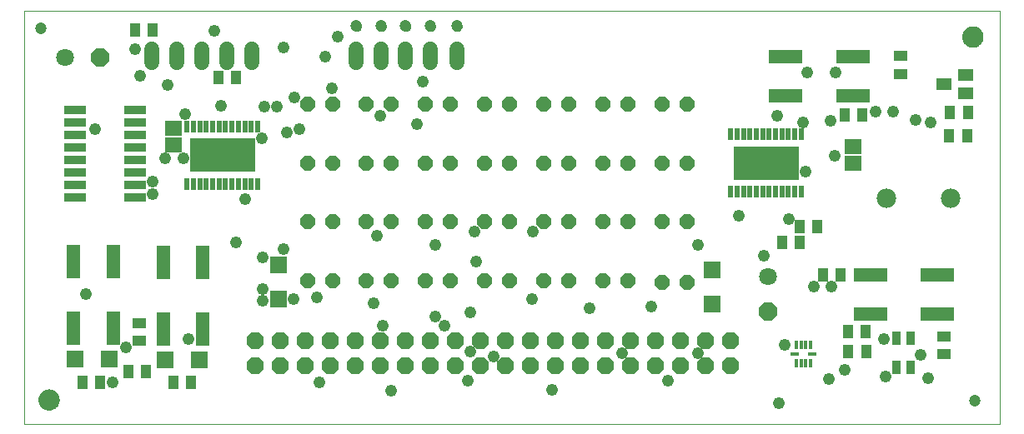
<source format=gts>
G75*
%MOIN*%
%OFA0B0*%
%FSLAX24Y24*%
%IPPOS*%
%LPD*%
%AMOC8*
5,1,8,0,0,1.08239X$1,22.5*
%
%ADD10C,0.0000*%
%ADD11OC8,0.0600*%
%ADD12R,0.0356X0.0552*%
%ADD13C,0.0600*%
%ADD14R,0.0395X0.0552*%
%ADD15R,0.0552X0.0395*%
%ADD16C,0.0595*%
%ADD17C,0.0474*%
%ADD18C,0.0780*%
%ADD19OC8,0.0680*%
%ADD20R,0.0671X0.0671*%
%ADD21OC8,0.0710*%
%ADD22C,0.0710*%
%ADD23R,0.0631X0.0474*%
%ADD24R,0.0880X0.0340*%
%ADD25R,0.0552X0.1340*%
%ADD26R,0.1340X0.0552*%
%ADD27R,0.0200X0.0470*%
%ADD28R,0.2620X0.1360*%
%ADD29R,0.0671X0.0592*%
%ADD30R,0.0138X0.0344*%
%ADD31R,0.0344X0.0138*%
%ADD32C,0.0050*%
%ADD33C,0.0480*%
D10*
X001732Y002173D02*
X001732Y018708D01*
X040708Y018708D01*
X040708Y002173D01*
X001732Y002173D01*
X014803Y018078D02*
X014805Y018105D01*
X014811Y018132D01*
X014820Y018158D01*
X014833Y018182D01*
X014849Y018205D01*
X014868Y018224D01*
X014890Y018241D01*
X014914Y018255D01*
X014939Y018265D01*
X014966Y018272D01*
X014993Y018275D01*
X015021Y018274D01*
X015048Y018269D01*
X015074Y018261D01*
X015098Y018249D01*
X015121Y018233D01*
X015142Y018215D01*
X015159Y018194D01*
X015174Y018170D01*
X015185Y018145D01*
X015193Y018119D01*
X015197Y018092D01*
X015197Y018064D01*
X015193Y018037D01*
X015185Y018011D01*
X015174Y017986D01*
X015159Y017962D01*
X015142Y017941D01*
X015121Y017923D01*
X015099Y017907D01*
X015074Y017895D01*
X015048Y017887D01*
X015021Y017882D01*
X014993Y017881D01*
X014966Y017884D01*
X014939Y017891D01*
X014914Y017901D01*
X014890Y017915D01*
X014868Y017932D01*
X014849Y017951D01*
X014833Y017974D01*
X014820Y017998D01*
X014811Y018024D01*
X014805Y018051D01*
X014803Y018078D01*
X015787Y018078D02*
X015789Y018105D01*
X015795Y018132D01*
X015804Y018158D01*
X015817Y018182D01*
X015833Y018205D01*
X015852Y018224D01*
X015874Y018241D01*
X015898Y018255D01*
X015923Y018265D01*
X015950Y018272D01*
X015977Y018275D01*
X016005Y018274D01*
X016032Y018269D01*
X016058Y018261D01*
X016082Y018249D01*
X016105Y018233D01*
X016126Y018215D01*
X016143Y018194D01*
X016158Y018170D01*
X016169Y018145D01*
X016177Y018119D01*
X016181Y018092D01*
X016181Y018064D01*
X016177Y018037D01*
X016169Y018011D01*
X016158Y017986D01*
X016143Y017962D01*
X016126Y017941D01*
X016105Y017923D01*
X016083Y017907D01*
X016058Y017895D01*
X016032Y017887D01*
X016005Y017882D01*
X015977Y017881D01*
X015950Y017884D01*
X015923Y017891D01*
X015898Y017901D01*
X015874Y017915D01*
X015852Y017932D01*
X015833Y017951D01*
X015817Y017974D01*
X015804Y017998D01*
X015795Y018024D01*
X015789Y018051D01*
X015787Y018078D01*
X016771Y018078D02*
X016773Y018105D01*
X016779Y018132D01*
X016788Y018158D01*
X016801Y018182D01*
X016817Y018205D01*
X016836Y018224D01*
X016858Y018241D01*
X016882Y018255D01*
X016907Y018265D01*
X016934Y018272D01*
X016961Y018275D01*
X016989Y018274D01*
X017016Y018269D01*
X017042Y018261D01*
X017066Y018249D01*
X017089Y018233D01*
X017110Y018215D01*
X017127Y018194D01*
X017142Y018170D01*
X017153Y018145D01*
X017161Y018119D01*
X017165Y018092D01*
X017165Y018064D01*
X017161Y018037D01*
X017153Y018011D01*
X017142Y017986D01*
X017127Y017962D01*
X017110Y017941D01*
X017089Y017923D01*
X017067Y017907D01*
X017042Y017895D01*
X017016Y017887D01*
X016989Y017882D01*
X016961Y017881D01*
X016934Y017884D01*
X016907Y017891D01*
X016882Y017901D01*
X016858Y017915D01*
X016836Y017932D01*
X016817Y017951D01*
X016801Y017974D01*
X016788Y017998D01*
X016779Y018024D01*
X016773Y018051D01*
X016771Y018078D01*
X017755Y018078D02*
X017757Y018105D01*
X017763Y018132D01*
X017772Y018158D01*
X017785Y018182D01*
X017801Y018205D01*
X017820Y018224D01*
X017842Y018241D01*
X017866Y018255D01*
X017891Y018265D01*
X017918Y018272D01*
X017945Y018275D01*
X017973Y018274D01*
X018000Y018269D01*
X018026Y018261D01*
X018050Y018249D01*
X018073Y018233D01*
X018094Y018215D01*
X018111Y018194D01*
X018126Y018170D01*
X018137Y018145D01*
X018145Y018119D01*
X018149Y018092D01*
X018149Y018064D01*
X018145Y018037D01*
X018137Y018011D01*
X018126Y017986D01*
X018111Y017962D01*
X018094Y017941D01*
X018073Y017923D01*
X018051Y017907D01*
X018026Y017895D01*
X018000Y017887D01*
X017973Y017882D01*
X017945Y017881D01*
X017918Y017884D01*
X017891Y017891D01*
X017866Y017901D01*
X017842Y017915D01*
X017820Y017932D01*
X017801Y017951D01*
X017785Y017974D01*
X017772Y017998D01*
X017763Y018024D01*
X017757Y018051D01*
X017755Y018078D01*
X018818Y018078D02*
X018820Y018105D01*
X018826Y018132D01*
X018835Y018158D01*
X018848Y018182D01*
X018864Y018205D01*
X018883Y018224D01*
X018905Y018241D01*
X018929Y018255D01*
X018954Y018265D01*
X018981Y018272D01*
X019008Y018275D01*
X019036Y018274D01*
X019063Y018269D01*
X019089Y018261D01*
X019113Y018249D01*
X019136Y018233D01*
X019157Y018215D01*
X019174Y018194D01*
X019189Y018170D01*
X019200Y018145D01*
X019208Y018119D01*
X019212Y018092D01*
X019212Y018064D01*
X019208Y018037D01*
X019200Y018011D01*
X019189Y017986D01*
X019174Y017962D01*
X019157Y017941D01*
X019136Y017923D01*
X019114Y017907D01*
X019089Y017895D01*
X019063Y017887D01*
X019036Y017882D01*
X019008Y017881D01*
X018981Y017884D01*
X018954Y017891D01*
X018929Y017901D01*
X018905Y017915D01*
X018883Y017932D01*
X018864Y017951D01*
X018848Y017974D01*
X018835Y017998D01*
X018826Y018024D01*
X018820Y018051D01*
X018818Y018078D01*
D11*
X018767Y014968D03*
X017767Y014968D03*
X016405Y014968D03*
X015405Y014968D03*
X014043Y014968D03*
X013043Y014968D03*
X013043Y012606D03*
X014043Y012606D03*
X015405Y012606D03*
X016405Y012606D03*
X017767Y012606D03*
X018767Y012606D03*
X020130Y012606D03*
X021130Y012606D03*
X022492Y012606D03*
X023492Y012606D03*
X024854Y012606D03*
X025854Y012606D03*
X027216Y012606D03*
X028216Y012606D03*
X028216Y014968D03*
X027216Y014968D03*
X025854Y014968D03*
X024854Y014968D03*
X023492Y014968D03*
X022492Y014968D03*
X021130Y014968D03*
X020130Y014968D03*
X020130Y010244D03*
X021130Y010244D03*
X022492Y010244D03*
X023492Y010244D03*
X024854Y010244D03*
X025854Y010244D03*
X027216Y010244D03*
X028216Y010244D03*
X028216Y007842D03*
X027216Y007842D03*
X025854Y007881D03*
X024854Y007881D03*
X023492Y007881D03*
X022492Y007881D03*
X021130Y007881D03*
X020130Y007881D03*
X018767Y007881D03*
X017767Y007881D03*
X016405Y007881D03*
X015405Y007881D03*
X014043Y007881D03*
X013043Y007881D03*
X013043Y010244D03*
X014043Y010244D03*
X015405Y010244D03*
X016405Y010244D03*
X017767Y010244D03*
X018767Y010244D03*
D12*
X036594Y005598D03*
X037145Y005598D03*
X037145Y004417D03*
X036594Y004417D03*
D13*
X010830Y016625D02*
X010830Y017145D01*
X009830Y017145D02*
X009830Y016625D01*
X008830Y016625D02*
X008830Y017145D01*
X007830Y017145D02*
X007830Y016625D01*
X006830Y016625D02*
X006830Y017145D01*
D14*
X006850Y017921D03*
X006141Y017921D03*
X009488Y016031D03*
X010197Y016031D03*
X032008Y009417D03*
X032716Y009417D03*
X032716Y010047D03*
X033425Y010047D03*
X033661Y008118D03*
X034370Y008118D03*
X034657Y005866D03*
X035366Y005866D03*
X035382Y005055D03*
X034673Y005055D03*
X038700Y013708D03*
X039409Y013708D03*
X039448Y014614D03*
X038740Y014614D03*
X035236Y014535D03*
X034527Y014535D03*
X008385Y003826D03*
X007677Y003826D03*
X006602Y004244D03*
X005893Y004244D03*
X004763Y003826D03*
X004055Y003826D03*
D15*
X006311Y005484D03*
X006311Y006193D03*
X036767Y016169D03*
X036767Y016878D03*
X038480Y005657D03*
X038480Y004948D03*
D16*
X019015Y016640D02*
X019015Y017155D01*
X017952Y017155D02*
X017952Y016640D01*
X016968Y016640D02*
X016968Y017155D01*
X015984Y017155D02*
X015984Y016640D01*
X015000Y016640D02*
X015000Y017155D01*
D17*
X015000Y018078D03*
X015984Y018078D03*
X016968Y018078D03*
X017952Y018078D03*
X019015Y018078D03*
X002401Y018000D03*
X039724Y003078D03*
D18*
X038760Y011189D03*
X036200Y011189D03*
D19*
X029972Y005507D03*
X028972Y005507D03*
X027972Y005507D03*
X026972Y005507D03*
X025972Y005507D03*
X024972Y005507D03*
X023972Y005507D03*
X022972Y005507D03*
X021972Y005507D03*
X020972Y005507D03*
X019972Y005507D03*
X018972Y005507D03*
X017972Y005507D03*
X016972Y005507D03*
X015972Y005507D03*
X014972Y005507D03*
X013972Y005507D03*
X012972Y005507D03*
X011972Y005507D03*
X010972Y005507D03*
X010972Y004507D03*
X011972Y004507D03*
X012972Y004507D03*
X013972Y004507D03*
X014972Y004507D03*
X015972Y004507D03*
X016972Y004507D03*
X017972Y004507D03*
X018972Y004507D03*
X019972Y004507D03*
X020972Y004507D03*
X021972Y004507D03*
X022972Y004507D03*
X023972Y004507D03*
X024972Y004507D03*
X025972Y004507D03*
X026972Y004507D03*
X027972Y004507D03*
X028972Y004507D03*
X029972Y004507D03*
D20*
X029212Y006956D03*
X029212Y008334D03*
X011889Y008531D03*
X011889Y007153D03*
X008720Y004732D03*
X007342Y004732D03*
X005137Y004771D03*
X003760Y004771D03*
D21*
X004755Y016819D03*
X031456Y006670D03*
D22*
X031456Y008070D03*
X003355Y016819D03*
D23*
X038504Y015756D03*
X039370Y016130D03*
X039370Y015381D03*
D24*
X006170Y014710D03*
X006170Y014210D03*
X006170Y013710D03*
X006170Y013210D03*
X006170Y012710D03*
X006170Y012210D03*
X006170Y011710D03*
X006170Y011210D03*
X003750Y011210D03*
X003750Y011710D03*
X003750Y012210D03*
X003750Y012710D03*
X003750Y013210D03*
X003750Y013710D03*
X003750Y014210D03*
X003750Y014710D03*
D25*
X003700Y008669D03*
X005275Y008669D03*
X007283Y008630D03*
X008858Y008630D03*
X008858Y005952D03*
X007283Y005952D03*
X005275Y005992D03*
X003700Y005992D03*
D26*
X032165Y015283D03*
X034842Y015283D03*
X034842Y016858D03*
X032165Y016858D03*
X035551Y008118D03*
X038228Y008118D03*
X038228Y006543D03*
X035551Y006543D03*
D27*
X032785Y011457D03*
X032529Y011457D03*
X032273Y011457D03*
X032017Y011457D03*
X031761Y011457D03*
X031506Y011457D03*
X031250Y011457D03*
X030994Y011457D03*
X030738Y011457D03*
X030482Y011457D03*
X030226Y011457D03*
X029970Y011457D03*
X029970Y013755D03*
X030226Y013755D03*
X030482Y013755D03*
X030738Y013755D03*
X030994Y013755D03*
X031250Y013755D03*
X031506Y013755D03*
X031761Y013755D03*
X032017Y013755D03*
X032273Y013755D03*
X032529Y013755D03*
X032785Y013755D03*
X011053Y014070D03*
X010797Y014070D03*
X010541Y014070D03*
X010285Y014070D03*
X010029Y014070D03*
X009773Y014070D03*
X009517Y014070D03*
X009261Y014070D03*
X009006Y014070D03*
X008750Y014070D03*
X008494Y014070D03*
X008238Y014070D03*
X008238Y011772D03*
X008494Y011772D03*
X008750Y011772D03*
X009006Y011772D03*
X009261Y011772D03*
X009517Y011772D03*
X009773Y011772D03*
X010029Y011772D03*
X010285Y011772D03*
X010541Y011772D03*
X010797Y011772D03*
X011053Y011772D03*
D28*
X009645Y012921D03*
X031378Y012606D03*
D29*
X034842Y012586D03*
X034842Y013256D03*
X007677Y013334D03*
X007677Y014004D03*
D30*
X032578Y005327D03*
X032775Y005327D03*
X032972Y005327D03*
X033169Y005327D03*
X033169Y004609D03*
X032972Y004609D03*
X032775Y004609D03*
X032578Y004609D03*
D31*
X032514Y004968D03*
X033233Y004968D03*
D32*
X039448Y017304D02*
X039511Y017275D01*
X039577Y017258D01*
X039645Y017252D01*
X039714Y017258D01*
X039780Y017275D01*
X039842Y017304D01*
X039898Y017344D01*
X039947Y017392D01*
X039986Y017448D01*
X040015Y017511D01*
X040033Y017577D01*
X040039Y017645D01*
X040033Y017714D01*
X040015Y017780D01*
X039986Y017842D01*
X039947Y017898D01*
X039898Y017947D01*
X039842Y017986D01*
X039780Y018015D01*
X039714Y018033D01*
X039645Y018039D01*
X039577Y018033D01*
X039511Y018015D01*
X039448Y017986D01*
X039392Y017947D01*
X039344Y017898D01*
X039304Y017842D01*
X039275Y017780D01*
X039258Y017714D01*
X039252Y017645D01*
X039258Y017577D01*
X039275Y017511D01*
X039304Y017448D01*
X039344Y017392D01*
X039392Y017344D01*
X039448Y017304D01*
X039448Y017305D02*
X039843Y017305D01*
X039908Y017353D02*
X039383Y017353D01*
X039337Y017402D02*
X039954Y017402D01*
X039987Y017450D02*
X039303Y017450D01*
X039281Y017499D02*
X040010Y017499D01*
X040025Y017547D02*
X039266Y017547D01*
X039256Y017596D02*
X040035Y017596D01*
X040039Y017644D02*
X039252Y017644D01*
X039256Y017693D02*
X040035Y017693D01*
X040026Y017741D02*
X039265Y017741D01*
X039280Y017790D02*
X040011Y017790D01*
X039988Y017838D02*
X039303Y017838D01*
X039336Y017887D02*
X039955Y017887D01*
X039910Y017935D02*
X039381Y017935D01*
X039445Y017984D02*
X039845Y017984D01*
X039716Y018032D02*
X039575Y018032D01*
X039590Y017256D02*
X039701Y017256D01*
X003086Y003252D02*
X003057Y003315D01*
X003018Y003371D01*
X002969Y003419D01*
X002913Y003459D01*
X002851Y003488D01*
X002785Y003505D01*
X002716Y003511D01*
X002648Y003505D01*
X002582Y003488D01*
X002519Y003459D01*
X002463Y003419D01*
X002415Y003371D01*
X002375Y003315D01*
X002346Y003252D01*
X002328Y003186D01*
X002323Y003118D01*
X002328Y003049D01*
X002346Y002983D01*
X002375Y002921D01*
X002415Y002865D01*
X002463Y002816D01*
X002519Y002777D01*
X002582Y002748D01*
X002648Y002730D01*
X002716Y002724D01*
X002785Y002730D01*
X002851Y002748D01*
X002913Y002777D01*
X002969Y002816D01*
X003018Y002865D01*
X003057Y002921D01*
X003086Y002983D01*
X003104Y003049D01*
X003110Y003118D01*
X003104Y003186D01*
X003086Y003252D01*
X003090Y003240D02*
X002343Y003240D01*
X002330Y003191D02*
X003103Y003191D01*
X003108Y003143D02*
X002325Y003143D01*
X002325Y003094D02*
X003108Y003094D01*
X003103Y003046D02*
X002329Y003046D01*
X002342Y002997D02*
X003090Y002997D01*
X003070Y002949D02*
X002362Y002949D01*
X002390Y002900D02*
X003043Y002900D01*
X003005Y002852D02*
X002427Y002852D01*
X002481Y002803D02*
X002951Y002803D01*
X002866Y002755D02*
X002566Y002755D01*
X002363Y003288D02*
X003069Y003288D01*
X003042Y003337D02*
X002391Y003337D01*
X002429Y003385D02*
X003003Y003385D01*
X002949Y003434D02*
X002484Y003434D01*
X002570Y003482D02*
X002862Y003482D01*
D33*
X005242Y003838D03*
X005782Y005233D03*
X008302Y005548D03*
X011272Y007078D03*
X011272Y007573D03*
X012487Y007168D03*
X013432Y007213D03*
X015682Y006988D03*
X016042Y006088D03*
X018157Y006448D03*
X018517Y006088D03*
X019552Y006628D03*
X022027Y007168D03*
X024322Y006808D03*
X026797Y006853D03*
X025627Y005008D03*
X027472Y003883D03*
X028642Y005008D03*
X032129Y005329D03*
X033896Y003973D03*
X034537Y004333D03*
X036157Y004063D03*
X037552Y004918D03*
X037874Y003984D03*
X036102Y005559D03*
X033997Y007663D03*
X033277Y007663D03*
X031297Y008878D03*
X028642Y009328D03*
X030275Y010480D03*
X032287Y010363D03*
X032962Y012253D03*
X034132Y012883D03*
X033952Y014278D03*
X032872Y014233D03*
X031837Y014486D03*
X033031Y016228D03*
X034173Y016228D03*
X035748Y014653D03*
X036456Y014653D03*
X037372Y014323D03*
X037957Y014233D03*
X022072Y009868D03*
X019732Y009868D03*
X018157Y009328D03*
X019777Y008653D03*
X015817Y009688D03*
X012082Y009148D03*
X011272Y008833D03*
X010192Y009418D03*
X010552Y011173D03*
X008077Y012793D03*
X007357Y012793D03*
X006862Y011848D03*
X006862Y011353D03*
X011227Y013603D03*
X012217Y013828D03*
X012712Y013963D03*
X011812Y014863D03*
X011317Y014863D03*
X012532Y015223D03*
X014017Y015583D03*
X015952Y014503D03*
X017437Y014143D03*
X017662Y015853D03*
X014252Y017645D03*
X013747Y016843D03*
X012086Y017212D03*
X009320Y017878D03*
X006142Y017158D03*
X006367Y016078D03*
X007447Y015718D03*
X008167Y014548D03*
X009584Y014908D03*
X004567Y013963D03*
X004207Y007348D03*
X013522Y003838D03*
X016402Y003478D03*
X019462Y003883D03*
X019552Y005053D03*
X020497Y004873D03*
X022837Y003523D03*
X031882Y002983D03*
M02*

</source>
